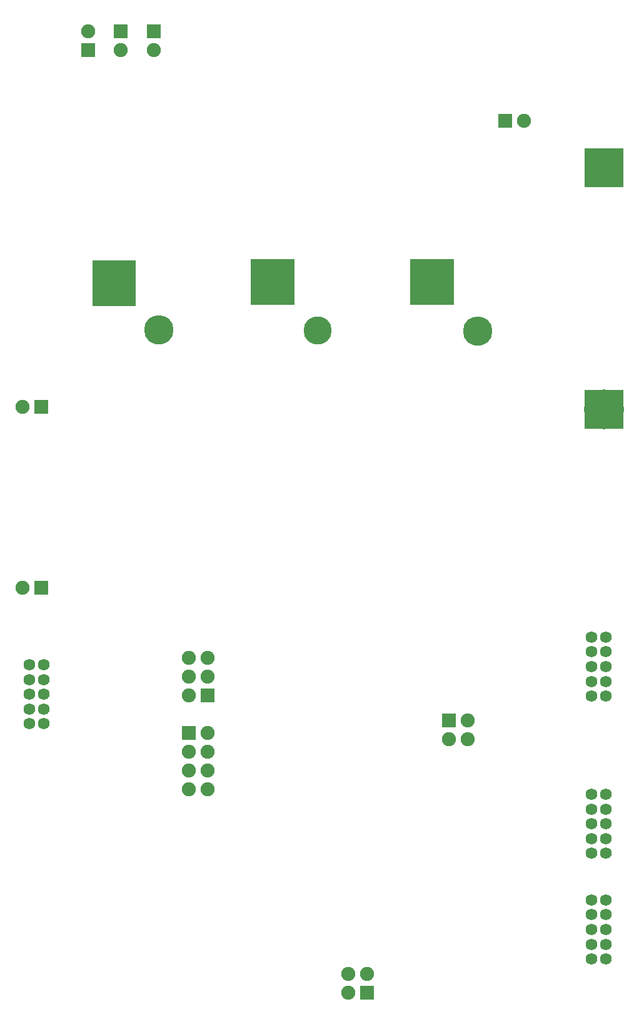
<source format=gbs>
G04 DipTrace 3.3.1.3*
G04 BottomMask.gbr*
%MOIN*%
G04 #@! TF.FileFunction,Soldermask,Bot*
G04 #@! TF.Part,Single*
%ADD24C,0.156249*%
%ADD25C,0.15*%
%ADD26C,0.2125*%
%ADD138R,0.20788X0.20788*%
%ADD146C,0.06225*%
%ADD148C,0.074809*%
%ADD150R,0.074809X0.074809*%
%FSLAX26Y26*%
G04*
G70*
G90*
G75*
G01*
G04 BotMask*
%LPD*%
D150*
X3331200Y5356200D3*
D148*
X3431200D3*
D150*
X1456200Y5831200D3*
D148*
Y5731200D3*
D150*
X856200Y2868700D3*
D148*
X756200D3*
D150*
X1281200Y5831200D3*
D148*
Y5731200D3*
D150*
X1106200D3*
D148*
Y5831200D3*
D150*
X856200Y3831200D3*
D148*
X756200D3*
D146*
X3868700Y2606200D3*
X3789960D3*
X3868700Y2527460D3*
X3789960D3*
X3868700Y2448720D3*
X3789960D3*
X3868700Y2369980D3*
X3789960D3*
X3868700Y2291239D3*
X3789960D3*
X3868700Y1768700D3*
X3789960D3*
X3868700Y1689960D3*
X3789960D3*
X3868700Y1611220D3*
X3789960D3*
X3868700Y1532480D3*
X3789960D3*
X3868700Y1453739D3*
X3789960D3*
X793700Y2143700D3*
X872440D3*
X793700Y2222440D3*
X872440D3*
X793700Y2301180D3*
X872440D3*
X793700Y2379920D3*
X872440D3*
X793700Y2458661D3*
X872440D3*
X3868700Y1206200D3*
X3789960D3*
X3868700Y1127460D3*
X3789960D3*
X3868700Y1048720D3*
X3789960D3*
X3868700Y969980D3*
X3789960D3*
X3868700Y891239D3*
X3789960D3*
D150*
X3031200Y2162449D3*
D148*
X3131200D3*
X3031200Y2062449D3*
X3131200D3*
D150*
X1743700Y2293700D3*
D148*
X1643700D3*
X1743700Y2393700D3*
X1643700D3*
X1743700Y2493700D3*
X1643700D3*
D150*
X2593700Y712449D3*
D148*
X2493700D3*
X2593700Y812449D3*
X2493700D3*
D150*
X1643700Y2093700D3*
D148*
X1743700D3*
X1643700Y1993700D3*
X1743700D3*
X1643700Y1893700D3*
X1743700D3*
X1643700Y1793700D3*
X1743700D3*
D138*
X3856200Y5106200D3*
Y3818700D3*
X1243700Y4493700D3*
X2090575Y4496825D3*
X2940575Y4493700D3*
G36*
X1131200Y4612451D2*
X1362449D1*
Y4368700D1*
X1131200D1*
Y4612451D1*
G37*
G36*
X1974951Y4618701D2*
X2206200D1*
Y4374951D1*
X1974951D1*
Y4618701D1*
G37*
G36*
X2824951D2*
X3056200D1*
Y4374951D1*
X2824951D1*
Y4618701D1*
G37*
D24*
X1484325Y4240575D3*
D25*
X2331200Y4237451D3*
D24*
X3184325Y4234325D3*
D26*
X3856199Y3818701D3*
M02*

</source>
